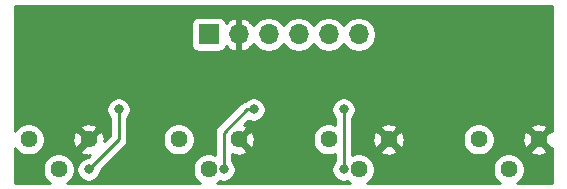
<source format=gbr>
G04 #@! TF.GenerationSoftware,KiCad,Pcbnew,5.1.9-73d0e3b20d~88~ubuntu20.04.1*
G04 #@! TF.CreationDate,2022-04-18T23:00:47-07:00*
G04 #@! TF.ProjectId,Photo_Resistor_Sensing,50686f74-6f5f-4526-9573-6973746f725f,rev?*
G04 #@! TF.SameCoordinates,Original*
G04 #@! TF.FileFunction,Copper,L2,Bot*
G04 #@! TF.FilePolarity,Positive*
%FSLAX46Y46*%
G04 Gerber Fmt 4.6, Leading zero omitted, Abs format (unit mm)*
G04 Created by KiCad (PCBNEW 5.1.9-73d0e3b20d~88~ubuntu20.04.1) date 2022-04-18 23:00:47*
%MOMM*%
%LPD*%
G01*
G04 APERTURE LIST*
G04 #@! TA.AperFunction,ComponentPad*
%ADD10R,1.700000X1.700000*%
G04 #@! TD*
G04 #@! TA.AperFunction,ComponentPad*
%ADD11O,1.700000X1.700000*%
G04 #@! TD*
G04 #@! TA.AperFunction,ComponentPad*
%ADD12C,1.440000*%
G04 #@! TD*
G04 #@! TA.AperFunction,ViaPad*
%ADD13C,0.800000*%
G04 #@! TD*
G04 #@! TA.AperFunction,Conductor*
%ADD14C,0.250000*%
G04 #@! TD*
G04 #@! TA.AperFunction,Conductor*
%ADD15C,0.254000*%
G04 #@! TD*
G04 #@! TA.AperFunction,Conductor*
%ADD16C,0.100000*%
G04 #@! TD*
G04 APERTURE END LIST*
D10*
G04 #@! TO.P,J1,1*
G04 #@! TO.N,Net-(J1-Pad1)*
X110490000Y-66040000D03*
D11*
G04 #@! TO.P,J1,2*
G04 #@! TO.N,GND*
X113030000Y-66040000D03*
G04 #@! TO.P,J1,3*
G04 #@! TO.N,/A0*
X115570000Y-66040000D03*
G04 #@! TO.P,J1,4*
G04 #@! TO.N,/A1*
X118110000Y-66040000D03*
G04 #@! TO.P,J1,5*
G04 #@! TO.N,/A2*
X120650000Y-66040000D03*
G04 #@! TO.P,J1,6*
G04 #@! TO.N,/A3*
X123190000Y-66040000D03*
G04 #@! TD*
D12*
G04 #@! TO.P,RV1,3*
G04 #@! TO.N,GND*
X100330000Y-74930000D03*
G04 #@! TO.P,RV1,2*
G04 #@! TO.N,/A0*
X97790000Y-77470000D03*
G04 #@! TO.P,RV1,1*
G04 #@! TO.N,Net-(RV1-Pad1)*
X95250000Y-74930000D03*
G04 #@! TD*
G04 #@! TO.P,RV2,1*
G04 #@! TO.N,Net-(RV1-Pad1)*
X107950000Y-74930000D03*
G04 #@! TO.P,RV2,2*
G04 #@! TO.N,/A1*
X110490000Y-77470000D03*
G04 #@! TO.P,RV2,3*
G04 #@! TO.N,GND*
X113030000Y-74930000D03*
G04 #@! TD*
G04 #@! TO.P,RV3,3*
G04 #@! TO.N,GND*
X125730000Y-74930000D03*
G04 #@! TO.P,RV3,2*
G04 #@! TO.N,/A2*
X123190000Y-77470000D03*
G04 #@! TO.P,RV3,1*
G04 #@! TO.N,Net-(RV1-Pad1)*
X120650000Y-74930000D03*
G04 #@! TD*
G04 #@! TO.P,RV4,1*
G04 #@! TO.N,Net-(RV1-Pad1)*
X133350000Y-74930000D03*
G04 #@! TO.P,RV4,2*
G04 #@! TO.N,/A3*
X135890000Y-77470000D03*
G04 #@! TO.P,RV4,3*
G04 #@! TO.N,GND*
X138430000Y-74930000D03*
G04 #@! TD*
D13*
G04 #@! TO.N,/A0*
X102870000Y-72390000D03*
X100330000Y-77470000D03*
G04 #@! TO.N,/A1*
X114300000Y-72390000D03*
X111760000Y-77470000D03*
G04 #@! TO.N,/A2*
X121920000Y-72390000D03*
X121920000Y-77470000D03*
G04 #@! TD*
D14*
G04 #@! TO.N,/A0*
X102870000Y-74930000D02*
X100330000Y-77470000D01*
X102870000Y-72390000D02*
X102870000Y-74930000D01*
G04 #@! TO.N,/A1*
X111760000Y-74364315D02*
X111760000Y-77470000D01*
X113734315Y-72390000D02*
X111760000Y-74364315D01*
X114300000Y-72390000D02*
X113734315Y-72390000D01*
G04 #@! TO.N,/A2*
X121920000Y-72390000D02*
X121920000Y-77470000D01*
G04 #@! TD*
D15*
G04 #@! TO.N,GND*
X139573000Y-74228487D02*
X139365560Y-74174045D01*
X138609605Y-74930000D01*
X139365560Y-75685955D01*
X139573000Y-75631513D01*
X139573000Y-78613000D01*
X136618314Y-78613000D01*
X136753762Y-78522497D01*
X136942497Y-78333762D01*
X137090785Y-78111833D01*
X137192928Y-77865239D01*
X137245000Y-77603456D01*
X137245000Y-77336544D01*
X137192928Y-77074761D01*
X137090785Y-76828167D01*
X136942497Y-76606238D01*
X136753762Y-76417503D01*
X136531833Y-76269215D01*
X136285239Y-76167072D01*
X136023456Y-76115000D01*
X135756544Y-76115000D01*
X135494761Y-76167072D01*
X135248167Y-76269215D01*
X135026238Y-76417503D01*
X134837503Y-76606238D01*
X134689215Y-76828167D01*
X134587072Y-77074761D01*
X134535000Y-77336544D01*
X134535000Y-77603456D01*
X134587072Y-77865239D01*
X134689215Y-78111833D01*
X134837503Y-78333762D01*
X135026238Y-78522497D01*
X135161686Y-78613000D01*
X123918314Y-78613000D01*
X124053762Y-78522497D01*
X124242497Y-78333762D01*
X124390785Y-78111833D01*
X124492928Y-77865239D01*
X124545000Y-77603456D01*
X124545000Y-77336544D01*
X124492928Y-77074761D01*
X124390785Y-76828167D01*
X124242497Y-76606238D01*
X124053762Y-76417503D01*
X123831833Y-76269215D01*
X123585239Y-76167072D01*
X123323456Y-76115000D01*
X123056544Y-76115000D01*
X122794761Y-76167072D01*
X122680000Y-76214608D01*
X122680000Y-75865560D01*
X124974045Y-75865560D01*
X125035932Y-76101368D01*
X125277790Y-76214266D01*
X125537027Y-76277811D01*
X125803680Y-76289561D01*
X126067501Y-76249063D01*
X126318353Y-76157875D01*
X126424068Y-76101368D01*
X126485955Y-75865560D01*
X125730000Y-75109605D01*
X124974045Y-75865560D01*
X122680000Y-75865560D01*
X122680000Y-75003680D01*
X124370439Y-75003680D01*
X124410937Y-75267501D01*
X124502125Y-75518353D01*
X124558632Y-75624068D01*
X124794440Y-75685955D01*
X125550395Y-74930000D01*
X125909605Y-74930000D01*
X126665560Y-75685955D01*
X126901368Y-75624068D01*
X127014266Y-75382210D01*
X127077811Y-75122973D01*
X127089561Y-74856320D01*
X127080386Y-74796544D01*
X131995000Y-74796544D01*
X131995000Y-75063456D01*
X132047072Y-75325239D01*
X132149215Y-75571833D01*
X132297503Y-75793762D01*
X132486238Y-75982497D01*
X132708167Y-76130785D01*
X132954761Y-76232928D01*
X133216544Y-76285000D01*
X133483456Y-76285000D01*
X133745239Y-76232928D01*
X133991833Y-76130785D01*
X134213762Y-75982497D01*
X134330699Y-75865560D01*
X137674045Y-75865560D01*
X137735932Y-76101368D01*
X137977790Y-76214266D01*
X138237027Y-76277811D01*
X138503680Y-76289561D01*
X138767501Y-76249063D01*
X139018353Y-76157875D01*
X139124068Y-76101368D01*
X139185955Y-75865560D01*
X138430000Y-75109605D01*
X137674045Y-75865560D01*
X134330699Y-75865560D01*
X134402497Y-75793762D01*
X134550785Y-75571833D01*
X134652928Y-75325239D01*
X134705000Y-75063456D01*
X134705000Y-75003680D01*
X137070439Y-75003680D01*
X137110937Y-75267501D01*
X137202125Y-75518353D01*
X137258632Y-75624068D01*
X137494440Y-75685955D01*
X138250395Y-74930000D01*
X137494440Y-74174045D01*
X137258632Y-74235932D01*
X137145734Y-74477790D01*
X137082189Y-74737027D01*
X137070439Y-75003680D01*
X134705000Y-75003680D01*
X134705000Y-74796544D01*
X134652928Y-74534761D01*
X134550785Y-74288167D01*
X134402497Y-74066238D01*
X134330699Y-73994440D01*
X137674045Y-73994440D01*
X138430000Y-74750395D01*
X139185955Y-73994440D01*
X139124068Y-73758632D01*
X138882210Y-73645734D01*
X138622973Y-73582189D01*
X138356320Y-73570439D01*
X138092499Y-73610937D01*
X137841647Y-73702125D01*
X137735932Y-73758632D01*
X137674045Y-73994440D01*
X134330699Y-73994440D01*
X134213762Y-73877503D01*
X133991833Y-73729215D01*
X133745239Y-73627072D01*
X133483456Y-73575000D01*
X133216544Y-73575000D01*
X132954761Y-73627072D01*
X132708167Y-73729215D01*
X132486238Y-73877503D01*
X132297503Y-74066238D01*
X132149215Y-74288167D01*
X132047072Y-74534761D01*
X131995000Y-74796544D01*
X127080386Y-74796544D01*
X127049063Y-74592499D01*
X126957875Y-74341647D01*
X126901368Y-74235932D01*
X126665560Y-74174045D01*
X125909605Y-74930000D01*
X125550395Y-74930000D01*
X124794440Y-74174045D01*
X124558632Y-74235932D01*
X124445734Y-74477790D01*
X124382189Y-74737027D01*
X124370439Y-75003680D01*
X122680000Y-75003680D01*
X122680000Y-73994440D01*
X124974045Y-73994440D01*
X125730000Y-74750395D01*
X126485955Y-73994440D01*
X126424068Y-73758632D01*
X126182210Y-73645734D01*
X125922973Y-73582189D01*
X125656320Y-73570439D01*
X125392499Y-73610937D01*
X125141647Y-73702125D01*
X125035932Y-73758632D01*
X124974045Y-73994440D01*
X122680000Y-73994440D01*
X122680000Y-73093711D01*
X122723937Y-73049774D01*
X122837205Y-72880256D01*
X122915226Y-72691898D01*
X122955000Y-72491939D01*
X122955000Y-72288061D01*
X122915226Y-72088102D01*
X122837205Y-71899744D01*
X122723937Y-71730226D01*
X122579774Y-71586063D01*
X122410256Y-71472795D01*
X122221898Y-71394774D01*
X122021939Y-71355000D01*
X121818061Y-71355000D01*
X121618102Y-71394774D01*
X121429744Y-71472795D01*
X121260226Y-71586063D01*
X121116063Y-71730226D01*
X121002795Y-71899744D01*
X120924774Y-72088102D01*
X120885000Y-72288061D01*
X120885000Y-72491939D01*
X120924774Y-72691898D01*
X121002795Y-72880256D01*
X121116063Y-73049774D01*
X121160000Y-73093711D01*
X121160000Y-73674608D01*
X121045239Y-73627072D01*
X120783456Y-73575000D01*
X120516544Y-73575000D01*
X120254761Y-73627072D01*
X120008167Y-73729215D01*
X119786238Y-73877503D01*
X119597503Y-74066238D01*
X119449215Y-74288167D01*
X119347072Y-74534761D01*
X119295000Y-74796544D01*
X119295000Y-75063456D01*
X119347072Y-75325239D01*
X119449215Y-75571833D01*
X119597503Y-75793762D01*
X119786238Y-75982497D01*
X120008167Y-76130785D01*
X120254761Y-76232928D01*
X120516544Y-76285000D01*
X120783456Y-76285000D01*
X121045239Y-76232928D01*
X121160001Y-76185392D01*
X121160001Y-76766288D01*
X121116063Y-76810226D01*
X121002795Y-76979744D01*
X120924774Y-77168102D01*
X120885000Y-77368061D01*
X120885000Y-77571939D01*
X120924774Y-77771898D01*
X121002795Y-77960256D01*
X121116063Y-78129774D01*
X121260226Y-78273937D01*
X121429744Y-78387205D01*
X121618102Y-78465226D01*
X121818061Y-78505000D01*
X122021939Y-78505000D01*
X122221898Y-78465226D01*
X122255181Y-78451440D01*
X122326238Y-78522497D01*
X122461686Y-78613000D01*
X111218314Y-78613000D01*
X111353762Y-78522497D01*
X111424819Y-78451440D01*
X111458102Y-78465226D01*
X111658061Y-78505000D01*
X111861939Y-78505000D01*
X112061898Y-78465226D01*
X112250256Y-78387205D01*
X112419774Y-78273937D01*
X112563937Y-78129774D01*
X112677205Y-77960256D01*
X112755226Y-77771898D01*
X112795000Y-77571939D01*
X112795000Y-77368061D01*
X112755226Y-77168102D01*
X112677205Y-76979744D01*
X112563937Y-76810226D01*
X112520000Y-76766289D01*
X112520000Y-76187290D01*
X112577790Y-76214266D01*
X112837027Y-76277811D01*
X113103680Y-76289561D01*
X113367501Y-76249063D01*
X113618353Y-76157875D01*
X113724068Y-76101368D01*
X113785955Y-75865560D01*
X113030000Y-75109605D01*
X113015858Y-75123748D01*
X112836253Y-74944143D01*
X112850395Y-74930000D01*
X113209605Y-74930000D01*
X113965560Y-75685955D01*
X114201368Y-75624068D01*
X114314266Y-75382210D01*
X114377811Y-75122973D01*
X114389561Y-74856320D01*
X114349063Y-74592499D01*
X114257875Y-74341647D01*
X114201368Y-74235932D01*
X113965560Y-74174045D01*
X113209605Y-74930000D01*
X112850395Y-74930000D01*
X112836253Y-74915858D01*
X113015858Y-74736253D01*
X113030000Y-74750395D01*
X113785955Y-73994440D01*
X113724068Y-73758632D01*
X113530733Y-73668384D01*
X113867845Y-73331272D01*
X113998102Y-73385226D01*
X114198061Y-73425000D01*
X114401939Y-73425000D01*
X114601898Y-73385226D01*
X114790256Y-73307205D01*
X114959774Y-73193937D01*
X115103937Y-73049774D01*
X115217205Y-72880256D01*
X115295226Y-72691898D01*
X115335000Y-72491939D01*
X115335000Y-72288061D01*
X115295226Y-72088102D01*
X115217205Y-71899744D01*
X115103937Y-71730226D01*
X114959774Y-71586063D01*
X114790256Y-71472795D01*
X114601898Y-71394774D01*
X114401939Y-71355000D01*
X114198061Y-71355000D01*
X113998102Y-71394774D01*
X113809744Y-71472795D01*
X113640226Y-71586063D01*
X113585276Y-71641013D01*
X113442068Y-71684454D01*
X113310038Y-71755026D01*
X113226398Y-71823668D01*
X113194314Y-71849999D01*
X113170516Y-71878997D01*
X111249003Y-73800511D01*
X111219999Y-73824314D01*
X111164871Y-73891489D01*
X111125026Y-73940039D01*
X111095948Y-73994440D01*
X111054454Y-74072069D01*
X111010997Y-74215330D01*
X111000000Y-74326983D01*
X111000000Y-74326993D01*
X110996324Y-74364315D01*
X111000000Y-74401638D01*
X111000001Y-76214608D01*
X110885239Y-76167072D01*
X110623456Y-76115000D01*
X110356544Y-76115000D01*
X110094761Y-76167072D01*
X109848167Y-76269215D01*
X109626238Y-76417503D01*
X109437503Y-76606238D01*
X109289215Y-76828167D01*
X109187072Y-77074761D01*
X109135000Y-77336544D01*
X109135000Y-77603456D01*
X109187072Y-77865239D01*
X109289215Y-78111833D01*
X109437503Y-78333762D01*
X109626238Y-78522497D01*
X109761686Y-78613000D01*
X98518314Y-78613000D01*
X98653762Y-78522497D01*
X98842497Y-78333762D01*
X98990785Y-78111833D01*
X99092928Y-77865239D01*
X99145000Y-77603456D01*
X99145000Y-77368061D01*
X99295000Y-77368061D01*
X99295000Y-77571939D01*
X99334774Y-77771898D01*
X99412795Y-77960256D01*
X99526063Y-78129774D01*
X99670226Y-78273937D01*
X99839744Y-78387205D01*
X100028102Y-78465226D01*
X100228061Y-78505000D01*
X100431939Y-78505000D01*
X100631898Y-78465226D01*
X100820256Y-78387205D01*
X100989774Y-78273937D01*
X101133937Y-78129774D01*
X101247205Y-77960256D01*
X101325226Y-77771898D01*
X101365000Y-77571939D01*
X101365000Y-77509801D01*
X103381008Y-75493795D01*
X103410001Y-75470001D01*
X103433795Y-75441008D01*
X103433799Y-75441004D01*
X103504973Y-75354277D01*
X103504974Y-75354276D01*
X103575546Y-75222247D01*
X103619003Y-75078986D01*
X103630000Y-74967333D01*
X103630000Y-74967324D01*
X103633676Y-74930001D01*
X103630000Y-74892678D01*
X103630000Y-74796544D01*
X106595000Y-74796544D01*
X106595000Y-75063456D01*
X106647072Y-75325239D01*
X106749215Y-75571833D01*
X106897503Y-75793762D01*
X107086238Y-75982497D01*
X107308167Y-76130785D01*
X107554761Y-76232928D01*
X107816544Y-76285000D01*
X108083456Y-76285000D01*
X108345239Y-76232928D01*
X108591833Y-76130785D01*
X108813762Y-75982497D01*
X109002497Y-75793762D01*
X109150785Y-75571833D01*
X109252928Y-75325239D01*
X109305000Y-75063456D01*
X109305000Y-74796544D01*
X109252928Y-74534761D01*
X109150785Y-74288167D01*
X109002497Y-74066238D01*
X108813762Y-73877503D01*
X108591833Y-73729215D01*
X108345239Y-73627072D01*
X108083456Y-73575000D01*
X107816544Y-73575000D01*
X107554761Y-73627072D01*
X107308167Y-73729215D01*
X107086238Y-73877503D01*
X106897503Y-74066238D01*
X106749215Y-74288167D01*
X106647072Y-74534761D01*
X106595000Y-74796544D01*
X103630000Y-74796544D01*
X103630000Y-73093711D01*
X103673937Y-73049774D01*
X103787205Y-72880256D01*
X103865226Y-72691898D01*
X103905000Y-72491939D01*
X103905000Y-72288061D01*
X103865226Y-72088102D01*
X103787205Y-71899744D01*
X103673937Y-71730226D01*
X103529774Y-71586063D01*
X103360256Y-71472795D01*
X103171898Y-71394774D01*
X102971939Y-71355000D01*
X102768061Y-71355000D01*
X102568102Y-71394774D01*
X102379744Y-71472795D01*
X102210226Y-71586063D01*
X102066063Y-71730226D01*
X101952795Y-71899744D01*
X101874774Y-72088102D01*
X101835000Y-72288061D01*
X101835000Y-72491939D01*
X101874774Y-72691898D01*
X101952795Y-72880256D01*
X102066063Y-73049774D01*
X102110000Y-73093711D01*
X102110001Y-74615196D01*
X101681295Y-75043902D01*
X101689561Y-74856320D01*
X101649063Y-74592499D01*
X101557875Y-74341647D01*
X101501368Y-74235932D01*
X101265560Y-74174045D01*
X100509605Y-74930000D01*
X100523748Y-74944143D01*
X100344143Y-75123748D01*
X100330000Y-75109605D01*
X99574045Y-75865560D01*
X99635932Y-76101368D01*
X99877790Y-76214266D01*
X100137027Y-76277811D01*
X100403680Y-76289561D01*
X100441433Y-76283766D01*
X100290199Y-76435000D01*
X100228061Y-76435000D01*
X100028102Y-76474774D01*
X99839744Y-76552795D01*
X99670226Y-76666063D01*
X99526063Y-76810226D01*
X99412795Y-76979744D01*
X99334774Y-77168102D01*
X99295000Y-77368061D01*
X99145000Y-77368061D01*
X99145000Y-77336544D01*
X99092928Y-77074761D01*
X98990785Y-76828167D01*
X98842497Y-76606238D01*
X98653762Y-76417503D01*
X98431833Y-76269215D01*
X98185239Y-76167072D01*
X97923456Y-76115000D01*
X97656544Y-76115000D01*
X97394761Y-76167072D01*
X97148167Y-76269215D01*
X96926238Y-76417503D01*
X96737503Y-76606238D01*
X96589215Y-76828167D01*
X96487072Y-77074761D01*
X96435000Y-77336544D01*
X96435000Y-77603456D01*
X96487072Y-77865239D01*
X96589215Y-78111833D01*
X96737503Y-78333762D01*
X96926238Y-78522497D01*
X97061686Y-78613000D01*
X94107000Y-78613000D01*
X94107000Y-75658314D01*
X94197503Y-75793762D01*
X94386238Y-75982497D01*
X94608167Y-76130785D01*
X94854761Y-76232928D01*
X95116544Y-76285000D01*
X95383456Y-76285000D01*
X95645239Y-76232928D01*
X95891833Y-76130785D01*
X96113762Y-75982497D01*
X96302497Y-75793762D01*
X96450785Y-75571833D01*
X96552928Y-75325239D01*
X96605000Y-75063456D01*
X96605000Y-75003680D01*
X98970439Y-75003680D01*
X99010937Y-75267501D01*
X99102125Y-75518353D01*
X99158632Y-75624068D01*
X99394440Y-75685955D01*
X100150395Y-74930000D01*
X99394440Y-74174045D01*
X99158632Y-74235932D01*
X99045734Y-74477790D01*
X98982189Y-74737027D01*
X98970439Y-75003680D01*
X96605000Y-75003680D01*
X96605000Y-74796544D01*
X96552928Y-74534761D01*
X96450785Y-74288167D01*
X96302497Y-74066238D01*
X96230699Y-73994440D01*
X99574045Y-73994440D01*
X100330000Y-74750395D01*
X101085955Y-73994440D01*
X101024068Y-73758632D01*
X100782210Y-73645734D01*
X100522973Y-73582189D01*
X100256320Y-73570439D01*
X99992499Y-73610937D01*
X99741647Y-73702125D01*
X99635932Y-73758632D01*
X99574045Y-73994440D01*
X96230699Y-73994440D01*
X96113762Y-73877503D01*
X95891833Y-73729215D01*
X95645239Y-73627072D01*
X95383456Y-73575000D01*
X95116544Y-73575000D01*
X94854761Y-73627072D01*
X94608167Y-73729215D01*
X94386238Y-73877503D01*
X94197503Y-74066238D01*
X94107000Y-74201686D01*
X94107000Y-65190000D01*
X109001928Y-65190000D01*
X109001928Y-66890000D01*
X109014188Y-67014482D01*
X109050498Y-67134180D01*
X109109463Y-67244494D01*
X109188815Y-67341185D01*
X109285506Y-67420537D01*
X109395820Y-67479502D01*
X109515518Y-67515812D01*
X109640000Y-67528072D01*
X111340000Y-67528072D01*
X111464482Y-67515812D01*
X111584180Y-67479502D01*
X111694494Y-67420537D01*
X111791185Y-67341185D01*
X111870537Y-67244494D01*
X111929502Y-67134180D01*
X111953966Y-67053534D01*
X112029731Y-67137588D01*
X112263080Y-67311641D01*
X112525901Y-67436825D01*
X112673110Y-67481476D01*
X112903000Y-67360155D01*
X112903000Y-66167000D01*
X112883000Y-66167000D01*
X112883000Y-65913000D01*
X112903000Y-65913000D01*
X112903000Y-64719845D01*
X113157000Y-64719845D01*
X113157000Y-65913000D01*
X113177000Y-65913000D01*
X113177000Y-66167000D01*
X113157000Y-66167000D01*
X113157000Y-67360155D01*
X113386890Y-67481476D01*
X113534099Y-67436825D01*
X113796920Y-67311641D01*
X114030269Y-67137588D01*
X114225178Y-66921355D01*
X114294805Y-66804466D01*
X114416525Y-66986632D01*
X114623368Y-67193475D01*
X114866589Y-67355990D01*
X115136842Y-67467932D01*
X115423740Y-67525000D01*
X115716260Y-67525000D01*
X116003158Y-67467932D01*
X116273411Y-67355990D01*
X116516632Y-67193475D01*
X116723475Y-66986632D01*
X116840000Y-66812240D01*
X116956525Y-66986632D01*
X117163368Y-67193475D01*
X117406589Y-67355990D01*
X117676842Y-67467932D01*
X117963740Y-67525000D01*
X118256260Y-67525000D01*
X118543158Y-67467932D01*
X118813411Y-67355990D01*
X119056632Y-67193475D01*
X119263475Y-66986632D01*
X119380000Y-66812240D01*
X119496525Y-66986632D01*
X119703368Y-67193475D01*
X119946589Y-67355990D01*
X120216842Y-67467932D01*
X120503740Y-67525000D01*
X120796260Y-67525000D01*
X121083158Y-67467932D01*
X121353411Y-67355990D01*
X121596632Y-67193475D01*
X121803475Y-66986632D01*
X121920000Y-66812240D01*
X122036525Y-66986632D01*
X122243368Y-67193475D01*
X122486589Y-67355990D01*
X122756842Y-67467932D01*
X123043740Y-67525000D01*
X123336260Y-67525000D01*
X123623158Y-67467932D01*
X123893411Y-67355990D01*
X124136632Y-67193475D01*
X124343475Y-66986632D01*
X124505990Y-66743411D01*
X124617932Y-66473158D01*
X124675000Y-66186260D01*
X124675000Y-65893740D01*
X124617932Y-65606842D01*
X124505990Y-65336589D01*
X124343475Y-65093368D01*
X124136632Y-64886525D01*
X123893411Y-64724010D01*
X123623158Y-64612068D01*
X123336260Y-64555000D01*
X123043740Y-64555000D01*
X122756842Y-64612068D01*
X122486589Y-64724010D01*
X122243368Y-64886525D01*
X122036525Y-65093368D01*
X121920000Y-65267760D01*
X121803475Y-65093368D01*
X121596632Y-64886525D01*
X121353411Y-64724010D01*
X121083158Y-64612068D01*
X120796260Y-64555000D01*
X120503740Y-64555000D01*
X120216842Y-64612068D01*
X119946589Y-64724010D01*
X119703368Y-64886525D01*
X119496525Y-65093368D01*
X119380000Y-65267760D01*
X119263475Y-65093368D01*
X119056632Y-64886525D01*
X118813411Y-64724010D01*
X118543158Y-64612068D01*
X118256260Y-64555000D01*
X117963740Y-64555000D01*
X117676842Y-64612068D01*
X117406589Y-64724010D01*
X117163368Y-64886525D01*
X116956525Y-65093368D01*
X116840000Y-65267760D01*
X116723475Y-65093368D01*
X116516632Y-64886525D01*
X116273411Y-64724010D01*
X116003158Y-64612068D01*
X115716260Y-64555000D01*
X115423740Y-64555000D01*
X115136842Y-64612068D01*
X114866589Y-64724010D01*
X114623368Y-64886525D01*
X114416525Y-65093368D01*
X114294805Y-65275534D01*
X114225178Y-65158645D01*
X114030269Y-64942412D01*
X113796920Y-64768359D01*
X113534099Y-64643175D01*
X113386890Y-64598524D01*
X113157000Y-64719845D01*
X112903000Y-64719845D01*
X112673110Y-64598524D01*
X112525901Y-64643175D01*
X112263080Y-64768359D01*
X112029731Y-64942412D01*
X111953966Y-65026466D01*
X111929502Y-64945820D01*
X111870537Y-64835506D01*
X111791185Y-64738815D01*
X111694494Y-64659463D01*
X111584180Y-64600498D01*
X111464482Y-64564188D01*
X111340000Y-64551928D01*
X109640000Y-64551928D01*
X109515518Y-64564188D01*
X109395820Y-64600498D01*
X109285506Y-64659463D01*
X109188815Y-64738815D01*
X109109463Y-64835506D01*
X109050498Y-64945820D01*
X109014188Y-65065518D01*
X109001928Y-65190000D01*
X94107000Y-65190000D01*
X94107000Y-63627000D01*
X139573000Y-63627000D01*
X139573000Y-74228487D01*
G04 #@! TA.AperFunction,Conductor*
D16*
G36*
X139573000Y-74228487D02*
G01*
X139365560Y-74174045D01*
X138609605Y-74930000D01*
X139365560Y-75685955D01*
X139573000Y-75631513D01*
X139573000Y-78613000D01*
X136618314Y-78613000D01*
X136753762Y-78522497D01*
X136942497Y-78333762D01*
X137090785Y-78111833D01*
X137192928Y-77865239D01*
X137245000Y-77603456D01*
X137245000Y-77336544D01*
X137192928Y-77074761D01*
X137090785Y-76828167D01*
X136942497Y-76606238D01*
X136753762Y-76417503D01*
X136531833Y-76269215D01*
X136285239Y-76167072D01*
X136023456Y-76115000D01*
X135756544Y-76115000D01*
X135494761Y-76167072D01*
X135248167Y-76269215D01*
X135026238Y-76417503D01*
X134837503Y-76606238D01*
X134689215Y-76828167D01*
X134587072Y-77074761D01*
X134535000Y-77336544D01*
X134535000Y-77603456D01*
X134587072Y-77865239D01*
X134689215Y-78111833D01*
X134837503Y-78333762D01*
X135026238Y-78522497D01*
X135161686Y-78613000D01*
X123918314Y-78613000D01*
X124053762Y-78522497D01*
X124242497Y-78333762D01*
X124390785Y-78111833D01*
X124492928Y-77865239D01*
X124545000Y-77603456D01*
X124545000Y-77336544D01*
X124492928Y-77074761D01*
X124390785Y-76828167D01*
X124242497Y-76606238D01*
X124053762Y-76417503D01*
X123831833Y-76269215D01*
X123585239Y-76167072D01*
X123323456Y-76115000D01*
X123056544Y-76115000D01*
X122794761Y-76167072D01*
X122680000Y-76214608D01*
X122680000Y-75865560D01*
X124974045Y-75865560D01*
X125035932Y-76101368D01*
X125277790Y-76214266D01*
X125537027Y-76277811D01*
X125803680Y-76289561D01*
X126067501Y-76249063D01*
X126318353Y-76157875D01*
X126424068Y-76101368D01*
X126485955Y-75865560D01*
X125730000Y-75109605D01*
X124974045Y-75865560D01*
X122680000Y-75865560D01*
X122680000Y-75003680D01*
X124370439Y-75003680D01*
X124410937Y-75267501D01*
X124502125Y-75518353D01*
X124558632Y-75624068D01*
X124794440Y-75685955D01*
X125550395Y-74930000D01*
X125909605Y-74930000D01*
X126665560Y-75685955D01*
X126901368Y-75624068D01*
X127014266Y-75382210D01*
X127077811Y-75122973D01*
X127089561Y-74856320D01*
X127080386Y-74796544D01*
X131995000Y-74796544D01*
X131995000Y-75063456D01*
X132047072Y-75325239D01*
X132149215Y-75571833D01*
X132297503Y-75793762D01*
X132486238Y-75982497D01*
X132708167Y-76130785D01*
X132954761Y-76232928D01*
X133216544Y-76285000D01*
X133483456Y-76285000D01*
X133745239Y-76232928D01*
X133991833Y-76130785D01*
X134213762Y-75982497D01*
X134330699Y-75865560D01*
X137674045Y-75865560D01*
X137735932Y-76101368D01*
X137977790Y-76214266D01*
X138237027Y-76277811D01*
X138503680Y-76289561D01*
X138767501Y-76249063D01*
X139018353Y-76157875D01*
X139124068Y-76101368D01*
X139185955Y-75865560D01*
X138430000Y-75109605D01*
X137674045Y-75865560D01*
X134330699Y-75865560D01*
X134402497Y-75793762D01*
X134550785Y-75571833D01*
X134652928Y-75325239D01*
X134705000Y-75063456D01*
X134705000Y-75003680D01*
X137070439Y-75003680D01*
X137110937Y-75267501D01*
X137202125Y-75518353D01*
X137258632Y-75624068D01*
X137494440Y-75685955D01*
X138250395Y-74930000D01*
X137494440Y-74174045D01*
X137258632Y-74235932D01*
X137145734Y-74477790D01*
X137082189Y-74737027D01*
X137070439Y-75003680D01*
X134705000Y-75003680D01*
X134705000Y-74796544D01*
X134652928Y-74534761D01*
X134550785Y-74288167D01*
X134402497Y-74066238D01*
X134330699Y-73994440D01*
X137674045Y-73994440D01*
X138430000Y-74750395D01*
X139185955Y-73994440D01*
X139124068Y-73758632D01*
X138882210Y-73645734D01*
X138622973Y-73582189D01*
X138356320Y-73570439D01*
X138092499Y-73610937D01*
X137841647Y-73702125D01*
X137735932Y-73758632D01*
X137674045Y-73994440D01*
X134330699Y-73994440D01*
X134213762Y-73877503D01*
X133991833Y-73729215D01*
X133745239Y-73627072D01*
X133483456Y-73575000D01*
X133216544Y-73575000D01*
X132954761Y-73627072D01*
X132708167Y-73729215D01*
X132486238Y-73877503D01*
X132297503Y-74066238D01*
X132149215Y-74288167D01*
X132047072Y-74534761D01*
X131995000Y-74796544D01*
X127080386Y-74796544D01*
X127049063Y-74592499D01*
X126957875Y-74341647D01*
X126901368Y-74235932D01*
X126665560Y-74174045D01*
X125909605Y-74930000D01*
X125550395Y-74930000D01*
X124794440Y-74174045D01*
X124558632Y-74235932D01*
X124445734Y-74477790D01*
X124382189Y-74737027D01*
X124370439Y-75003680D01*
X122680000Y-75003680D01*
X122680000Y-73994440D01*
X124974045Y-73994440D01*
X125730000Y-74750395D01*
X126485955Y-73994440D01*
X126424068Y-73758632D01*
X126182210Y-73645734D01*
X125922973Y-73582189D01*
X125656320Y-73570439D01*
X125392499Y-73610937D01*
X125141647Y-73702125D01*
X125035932Y-73758632D01*
X124974045Y-73994440D01*
X122680000Y-73994440D01*
X122680000Y-73093711D01*
X122723937Y-73049774D01*
X122837205Y-72880256D01*
X122915226Y-72691898D01*
X122955000Y-72491939D01*
X122955000Y-72288061D01*
X122915226Y-72088102D01*
X122837205Y-71899744D01*
X122723937Y-71730226D01*
X122579774Y-71586063D01*
X122410256Y-71472795D01*
X122221898Y-71394774D01*
X122021939Y-71355000D01*
X121818061Y-71355000D01*
X121618102Y-71394774D01*
X121429744Y-71472795D01*
X121260226Y-71586063D01*
X121116063Y-71730226D01*
X121002795Y-71899744D01*
X120924774Y-72088102D01*
X120885000Y-72288061D01*
X120885000Y-72491939D01*
X120924774Y-72691898D01*
X121002795Y-72880256D01*
X121116063Y-73049774D01*
X121160000Y-73093711D01*
X121160000Y-73674608D01*
X121045239Y-73627072D01*
X120783456Y-73575000D01*
X120516544Y-73575000D01*
X120254761Y-73627072D01*
X120008167Y-73729215D01*
X119786238Y-73877503D01*
X119597503Y-74066238D01*
X119449215Y-74288167D01*
X119347072Y-74534761D01*
X119295000Y-74796544D01*
X119295000Y-75063456D01*
X119347072Y-75325239D01*
X119449215Y-75571833D01*
X119597503Y-75793762D01*
X119786238Y-75982497D01*
X120008167Y-76130785D01*
X120254761Y-76232928D01*
X120516544Y-76285000D01*
X120783456Y-76285000D01*
X121045239Y-76232928D01*
X121160001Y-76185392D01*
X121160001Y-76766288D01*
X121116063Y-76810226D01*
X121002795Y-76979744D01*
X120924774Y-77168102D01*
X120885000Y-77368061D01*
X120885000Y-77571939D01*
X120924774Y-77771898D01*
X121002795Y-77960256D01*
X121116063Y-78129774D01*
X121260226Y-78273937D01*
X121429744Y-78387205D01*
X121618102Y-78465226D01*
X121818061Y-78505000D01*
X122021939Y-78505000D01*
X122221898Y-78465226D01*
X122255181Y-78451440D01*
X122326238Y-78522497D01*
X122461686Y-78613000D01*
X111218314Y-78613000D01*
X111353762Y-78522497D01*
X111424819Y-78451440D01*
X111458102Y-78465226D01*
X111658061Y-78505000D01*
X111861939Y-78505000D01*
X112061898Y-78465226D01*
X112250256Y-78387205D01*
X112419774Y-78273937D01*
X112563937Y-78129774D01*
X112677205Y-77960256D01*
X112755226Y-77771898D01*
X112795000Y-77571939D01*
X112795000Y-77368061D01*
X112755226Y-77168102D01*
X112677205Y-76979744D01*
X112563937Y-76810226D01*
X112520000Y-76766289D01*
X112520000Y-76187290D01*
X112577790Y-76214266D01*
X112837027Y-76277811D01*
X113103680Y-76289561D01*
X113367501Y-76249063D01*
X113618353Y-76157875D01*
X113724068Y-76101368D01*
X113785955Y-75865560D01*
X113030000Y-75109605D01*
X113015858Y-75123748D01*
X112836253Y-74944143D01*
X112850395Y-74930000D01*
X113209605Y-74930000D01*
X113965560Y-75685955D01*
X114201368Y-75624068D01*
X114314266Y-75382210D01*
X114377811Y-75122973D01*
X114389561Y-74856320D01*
X114349063Y-74592499D01*
X114257875Y-74341647D01*
X114201368Y-74235932D01*
X113965560Y-74174045D01*
X113209605Y-74930000D01*
X112850395Y-74930000D01*
X112836253Y-74915858D01*
X113015858Y-74736253D01*
X113030000Y-74750395D01*
X113785955Y-73994440D01*
X113724068Y-73758632D01*
X113530733Y-73668384D01*
X113867845Y-73331272D01*
X113998102Y-73385226D01*
X114198061Y-73425000D01*
X114401939Y-73425000D01*
X114601898Y-73385226D01*
X114790256Y-73307205D01*
X114959774Y-73193937D01*
X115103937Y-73049774D01*
X115217205Y-72880256D01*
X115295226Y-72691898D01*
X115335000Y-72491939D01*
X115335000Y-72288061D01*
X115295226Y-72088102D01*
X115217205Y-71899744D01*
X115103937Y-71730226D01*
X114959774Y-71586063D01*
X114790256Y-71472795D01*
X114601898Y-71394774D01*
X114401939Y-71355000D01*
X114198061Y-71355000D01*
X113998102Y-71394774D01*
X113809744Y-71472795D01*
X113640226Y-71586063D01*
X113585276Y-71641013D01*
X113442068Y-71684454D01*
X113310038Y-71755026D01*
X113226398Y-71823668D01*
X113194314Y-71849999D01*
X113170516Y-71878997D01*
X111249003Y-73800511D01*
X111219999Y-73824314D01*
X111164871Y-73891489D01*
X111125026Y-73940039D01*
X111095948Y-73994440D01*
X111054454Y-74072069D01*
X111010997Y-74215330D01*
X111000000Y-74326983D01*
X111000000Y-74326993D01*
X110996324Y-74364315D01*
X111000000Y-74401638D01*
X111000001Y-76214608D01*
X110885239Y-76167072D01*
X110623456Y-76115000D01*
X110356544Y-76115000D01*
X110094761Y-76167072D01*
X109848167Y-76269215D01*
X109626238Y-76417503D01*
X109437503Y-76606238D01*
X109289215Y-76828167D01*
X109187072Y-77074761D01*
X109135000Y-77336544D01*
X109135000Y-77603456D01*
X109187072Y-77865239D01*
X109289215Y-78111833D01*
X109437503Y-78333762D01*
X109626238Y-78522497D01*
X109761686Y-78613000D01*
X98518314Y-78613000D01*
X98653762Y-78522497D01*
X98842497Y-78333762D01*
X98990785Y-78111833D01*
X99092928Y-77865239D01*
X99145000Y-77603456D01*
X99145000Y-77368061D01*
X99295000Y-77368061D01*
X99295000Y-77571939D01*
X99334774Y-77771898D01*
X99412795Y-77960256D01*
X99526063Y-78129774D01*
X99670226Y-78273937D01*
X99839744Y-78387205D01*
X100028102Y-78465226D01*
X100228061Y-78505000D01*
X100431939Y-78505000D01*
X100631898Y-78465226D01*
X100820256Y-78387205D01*
X100989774Y-78273937D01*
X101133937Y-78129774D01*
X101247205Y-77960256D01*
X101325226Y-77771898D01*
X101365000Y-77571939D01*
X101365000Y-77509801D01*
X103381008Y-75493795D01*
X103410001Y-75470001D01*
X103433795Y-75441008D01*
X103433799Y-75441004D01*
X103504973Y-75354277D01*
X103504974Y-75354276D01*
X103575546Y-75222247D01*
X103619003Y-75078986D01*
X103630000Y-74967333D01*
X103630000Y-74967324D01*
X103633676Y-74930001D01*
X103630000Y-74892678D01*
X103630000Y-74796544D01*
X106595000Y-74796544D01*
X106595000Y-75063456D01*
X106647072Y-75325239D01*
X106749215Y-75571833D01*
X106897503Y-75793762D01*
X107086238Y-75982497D01*
X107308167Y-76130785D01*
X107554761Y-76232928D01*
X107816544Y-76285000D01*
X108083456Y-76285000D01*
X108345239Y-76232928D01*
X108591833Y-76130785D01*
X108813762Y-75982497D01*
X109002497Y-75793762D01*
X109150785Y-75571833D01*
X109252928Y-75325239D01*
X109305000Y-75063456D01*
X109305000Y-74796544D01*
X109252928Y-74534761D01*
X109150785Y-74288167D01*
X109002497Y-74066238D01*
X108813762Y-73877503D01*
X108591833Y-73729215D01*
X108345239Y-73627072D01*
X108083456Y-73575000D01*
X107816544Y-73575000D01*
X107554761Y-73627072D01*
X107308167Y-73729215D01*
X107086238Y-73877503D01*
X106897503Y-74066238D01*
X106749215Y-74288167D01*
X106647072Y-74534761D01*
X106595000Y-74796544D01*
X103630000Y-74796544D01*
X103630000Y-73093711D01*
X103673937Y-73049774D01*
X103787205Y-72880256D01*
X103865226Y-72691898D01*
X103905000Y-72491939D01*
X103905000Y-72288061D01*
X103865226Y-72088102D01*
X103787205Y-71899744D01*
X103673937Y-71730226D01*
X103529774Y-71586063D01*
X103360256Y-71472795D01*
X103171898Y-71394774D01*
X102971939Y-71355000D01*
X102768061Y-71355000D01*
X102568102Y-71394774D01*
X102379744Y-71472795D01*
X102210226Y-71586063D01*
X102066063Y-71730226D01*
X101952795Y-71899744D01*
X101874774Y-72088102D01*
X101835000Y-72288061D01*
X101835000Y-72491939D01*
X101874774Y-72691898D01*
X101952795Y-72880256D01*
X102066063Y-73049774D01*
X102110000Y-73093711D01*
X102110001Y-74615196D01*
X101681295Y-75043902D01*
X101689561Y-74856320D01*
X101649063Y-74592499D01*
X101557875Y-74341647D01*
X101501368Y-74235932D01*
X101265560Y-74174045D01*
X100509605Y-74930000D01*
X100523748Y-74944143D01*
X100344143Y-75123748D01*
X100330000Y-75109605D01*
X99574045Y-75865560D01*
X99635932Y-76101368D01*
X99877790Y-76214266D01*
X100137027Y-76277811D01*
X100403680Y-76289561D01*
X100441433Y-76283766D01*
X100290199Y-76435000D01*
X100228061Y-76435000D01*
X100028102Y-76474774D01*
X99839744Y-76552795D01*
X99670226Y-76666063D01*
X99526063Y-76810226D01*
X99412795Y-76979744D01*
X99334774Y-77168102D01*
X99295000Y-77368061D01*
X99145000Y-77368061D01*
X99145000Y-77336544D01*
X99092928Y-77074761D01*
X98990785Y-76828167D01*
X98842497Y-76606238D01*
X98653762Y-76417503D01*
X98431833Y-76269215D01*
X98185239Y-76167072D01*
X97923456Y-76115000D01*
X97656544Y-76115000D01*
X97394761Y-76167072D01*
X97148167Y-76269215D01*
X96926238Y-76417503D01*
X96737503Y-76606238D01*
X96589215Y-76828167D01*
X96487072Y-77074761D01*
X96435000Y-77336544D01*
X96435000Y-77603456D01*
X96487072Y-77865239D01*
X96589215Y-78111833D01*
X96737503Y-78333762D01*
X96926238Y-78522497D01*
X97061686Y-78613000D01*
X94107000Y-78613000D01*
X94107000Y-75658314D01*
X94197503Y-75793762D01*
X94386238Y-75982497D01*
X94608167Y-76130785D01*
X94854761Y-76232928D01*
X95116544Y-76285000D01*
X95383456Y-76285000D01*
X95645239Y-76232928D01*
X95891833Y-76130785D01*
X96113762Y-75982497D01*
X96302497Y-75793762D01*
X96450785Y-75571833D01*
X96552928Y-75325239D01*
X96605000Y-75063456D01*
X96605000Y-75003680D01*
X98970439Y-75003680D01*
X99010937Y-75267501D01*
X99102125Y-75518353D01*
X99158632Y-75624068D01*
X99394440Y-75685955D01*
X100150395Y-74930000D01*
X99394440Y-74174045D01*
X99158632Y-74235932D01*
X99045734Y-74477790D01*
X98982189Y-74737027D01*
X98970439Y-75003680D01*
X96605000Y-75003680D01*
X96605000Y-74796544D01*
X96552928Y-74534761D01*
X96450785Y-74288167D01*
X96302497Y-74066238D01*
X96230699Y-73994440D01*
X99574045Y-73994440D01*
X100330000Y-74750395D01*
X101085955Y-73994440D01*
X101024068Y-73758632D01*
X100782210Y-73645734D01*
X100522973Y-73582189D01*
X100256320Y-73570439D01*
X99992499Y-73610937D01*
X99741647Y-73702125D01*
X99635932Y-73758632D01*
X99574045Y-73994440D01*
X96230699Y-73994440D01*
X96113762Y-73877503D01*
X95891833Y-73729215D01*
X95645239Y-73627072D01*
X95383456Y-73575000D01*
X95116544Y-73575000D01*
X94854761Y-73627072D01*
X94608167Y-73729215D01*
X94386238Y-73877503D01*
X94197503Y-74066238D01*
X94107000Y-74201686D01*
X94107000Y-65190000D01*
X109001928Y-65190000D01*
X109001928Y-66890000D01*
X109014188Y-67014482D01*
X109050498Y-67134180D01*
X109109463Y-67244494D01*
X109188815Y-67341185D01*
X109285506Y-67420537D01*
X109395820Y-67479502D01*
X109515518Y-67515812D01*
X109640000Y-67528072D01*
X111340000Y-67528072D01*
X111464482Y-67515812D01*
X111584180Y-67479502D01*
X111694494Y-67420537D01*
X111791185Y-67341185D01*
X111870537Y-67244494D01*
X111929502Y-67134180D01*
X111953966Y-67053534D01*
X112029731Y-67137588D01*
X112263080Y-67311641D01*
X112525901Y-67436825D01*
X112673110Y-67481476D01*
X112903000Y-67360155D01*
X112903000Y-66167000D01*
X112883000Y-66167000D01*
X112883000Y-65913000D01*
X112903000Y-65913000D01*
X112903000Y-64719845D01*
X113157000Y-64719845D01*
X113157000Y-65913000D01*
X113177000Y-65913000D01*
X113177000Y-66167000D01*
X113157000Y-66167000D01*
X113157000Y-67360155D01*
X113386890Y-67481476D01*
X113534099Y-67436825D01*
X113796920Y-67311641D01*
X114030269Y-67137588D01*
X114225178Y-66921355D01*
X114294805Y-66804466D01*
X114416525Y-66986632D01*
X114623368Y-67193475D01*
X114866589Y-67355990D01*
X115136842Y-67467932D01*
X115423740Y-67525000D01*
X115716260Y-67525000D01*
X116003158Y-67467932D01*
X116273411Y-67355990D01*
X116516632Y-67193475D01*
X116723475Y-66986632D01*
X116840000Y-66812240D01*
X116956525Y-66986632D01*
X117163368Y-67193475D01*
X117406589Y-67355990D01*
X117676842Y-67467932D01*
X117963740Y-67525000D01*
X118256260Y-67525000D01*
X118543158Y-67467932D01*
X118813411Y-67355990D01*
X119056632Y-67193475D01*
X119263475Y-66986632D01*
X119380000Y-66812240D01*
X119496525Y-66986632D01*
X119703368Y-67193475D01*
X119946589Y-67355990D01*
X120216842Y-67467932D01*
X120503740Y-67525000D01*
X120796260Y-67525000D01*
X121083158Y-67467932D01*
X121353411Y-67355990D01*
X121596632Y-67193475D01*
X121803475Y-66986632D01*
X121920000Y-66812240D01*
X122036525Y-66986632D01*
X122243368Y-67193475D01*
X122486589Y-67355990D01*
X122756842Y-67467932D01*
X123043740Y-67525000D01*
X123336260Y-67525000D01*
X123623158Y-67467932D01*
X123893411Y-67355990D01*
X124136632Y-67193475D01*
X124343475Y-66986632D01*
X124505990Y-66743411D01*
X124617932Y-66473158D01*
X124675000Y-66186260D01*
X124675000Y-65893740D01*
X124617932Y-65606842D01*
X124505990Y-65336589D01*
X124343475Y-65093368D01*
X124136632Y-64886525D01*
X123893411Y-64724010D01*
X123623158Y-64612068D01*
X123336260Y-64555000D01*
X123043740Y-64555000D01*
X122756842Y-64612068D01*
X122486589Y-64724010D01*
X122243368Y-64886525D01*
X122036525Y-65093368D01*
X121920000Y-65267760D01*
X121803475Y-65093368D01*
X121596632Y-64886525D01*
X121353411Y-64724010D01*
X121083158Y-64612068D01*
X120796260Y-64555000D01*
X120503740Y-64555000D01*
X120216842Y-64612068D01*
X119946589Y-64724010D01*
X119703368Y-64886525D01*
X119496525Y-65093368D01*
X119380000Y-65267760D01*
X119263475Y-65093368D01*
X119056632Y-64886525D01*
X118813411Y-64724010D01*
X118543158Y-64612068D01*
X118256260Y-64555000D01*
X117963740Y-64555000D01*
X117676842Y-64612068D01*
X117406589Y-64724010D01*
X117163368Y-64886525D01*
X116956525Y-65093368D01*
X116840000Y-65267760D01*
X116723475Y-65093368D01*
X116516632Y-64886525D01*
X116273411Y-64724010D01*
X116003158Y-64612068D01*
X115716260Y-64555000D01*
X115423740Y-64555000D01*
X115136842Y-64612068D01*
X114866589Y-64724010D01*
X114623368Y-64886525D01*
X114416525Y-65093368D01*
X114294805Y-65275534D01*
X114225178Y-65158645D01*
X114030269Y-64942412D01*
X113796920Y-64768359D01*
X113534099Y-64643175D01*
X113386890Y-64598524D01*
X113157000Y-64719845D01*
X112903000Y-64719845D01*
X112673110Y-64598524D01*
X112525901Y-64643175D01*
X112263080Y-64768359D01*
X112029731Y-64942412D01*
X111953966Y-65026466D01*
X111929502Y-64945820D01*
X111870537Y-64835506D01*
X111791185Y-64738815D01*
X111694494Y-64659463D01*
X111584180Y-64600498D01*
X111464482Y-64564188D01*
X111340000Y-64551928D01*
X109640000Y-64551928D01*
X109515518Y-64564188D01*
X109395820Y-64600498D01*
X109285506Y-64659463D01*
X109188815Y-64738815D01*
X109109463Y-64835506D01*
X109050498Y-64945820D01*
X109014188Y-65065518D01*
X109001928Y-65190000D01*
X94107000Y-65190000D01*
X94107000Y-63627000D01*
X139573000Y-63627000D01*
X139573000Y-74228487D01*
G37*
G04 #@! TD.AperFunction*
G04 #@! TD*
M02*

</source>
